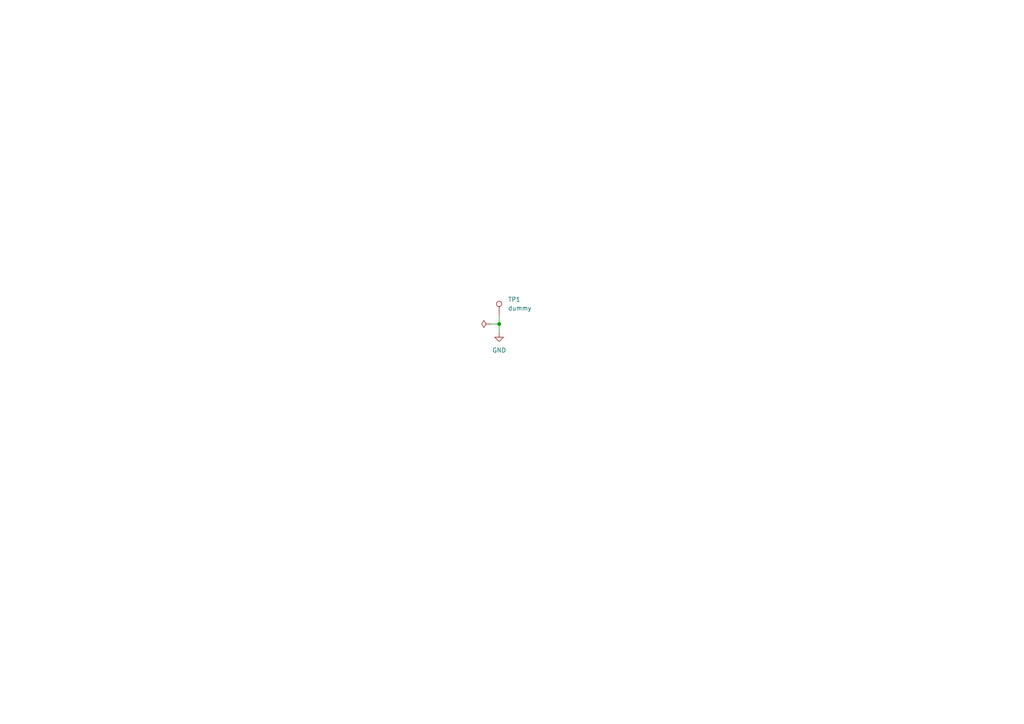
<source format=kicad_sch>
(kicad_sch (version 20211123) (generator eeschema)
  (paper "A4")
  (lib_symbols
    (symbol "Connector:TestPoint" (pin_numbers hide) (pin_names (offset 0.762) hide)
      (property "Reference" "TP" (at 0 6.858 0))
      (property "Value" "TestPoint" (at 0 5.08 0))
      (symbol "TestPoint_0_1"
        (circle (center 0 3.302) (radius 0.762))
      )
      (symbol "TestPoint_1_1"
        (pin passive line (at 0 0 90) (length 2.54) (name "1") (number "1"))
      )
    )
    (symbol "power:GND" (power) (pin_names (offset 0))
      (property "Value" "GND" (at 0 -3.81 0))
      (symbol "GND_0_1"
        (polyline (pts (xy 0 0) (xy 0 -1.27) (xy 1.27 -1.27) (xy 0 -2.54) (xy -1.27 -1.27) (xy 0 -1.27)))
      )
      (symbol "GND_1_1"
        (pin power_in line (at 0 0 270) (length 0) hide (name "GND") (number "1"))
      )
    )
    (symbol "power:PWR_FLAG" (power) (pin_numbers hide) (pin_names (offset 0) hide)
      (property "Value" "PWR_FLAG" (at 0 3.81 0))
      (symbol "PWR_FLAG_0_0"
        (pin power_out line (at 0 0 90) (length 0) (name "pwr") (number "1"))
      )
      (symbol "PWR_FLAG_0_1"
        (polyline (pts (xy 0 0) (xy 0 1.27) (xy -1.016 1.905) (xy 0 2.54) (xy 1.016 1.905) (xy 0 1.27)))
      )
    )
  )
  (junction (at 144.78 93.98))
  (wire (pts (xy 142.24 93.98) (xy 144.78 93.98)))
  (wire (pts (xy 144.78 93.98) (xy 144.78 91.44)))
  (wire (pts (xy 144.78 93.98) (xy 144.78 96.52)))
  (symbol (lib_id "power:PWR_FLAG") (at 142.24 93.98 90) (unit 1)
    (property "Reference" "#FLG0101" (effects hide))
    (property "Value" "PWR_FLAG" (effects hide))
  )
  (symbol (lib_id "power:GND") (at 144.78 96.52 0) (unit 1)
    (property "Reference" "#PWR0101" (effects hide))
    (property "Value" "GND" (at 144.78 101.6 0))
  )
  (symbol (lib_id "Connector:TestPoint") (at 144.78 91.44 0) (unit 1)
    (property "Reference" "TP1" (at 147.32 86.8679 0) (effects (justify left)))
    (property "Value" "dummy" (at 147.32 89.4079 0) (effects (justify left)))
    (property "Footprint" "TestPoint:TestPoint_Keystone_5000-5004_Miniature" (effects hide))
  )
)
</source>
